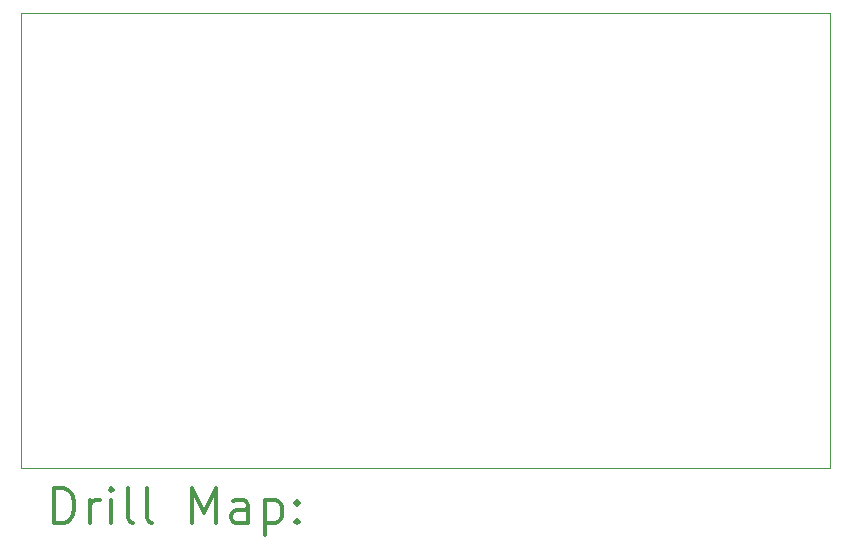
<source format=gbr>
%FSLAX45Y45*%
G04 Gerber Fmt 4.5, Leading zero omitted, Abs format (unit mm)*
G04 Created by KiCad (PCBNEW 5.1.10) date 2021-11-24 11:17:59*
%MOMM*%
%LPD*%
G01*
G04 APERTURE LIST*
%TA.AperFunction,Profile*%
%ADD10C,0.050000*%
%TD*%
%ADD11C,0.200000*%
%ADD12C,0.300000*%
G04 APERTURE END LIST*
D10*
X10275000Y-12650000D02*
X10275000Y-8800000D01*
X17125000Y-12650000D02*
X10275000Y-12650000D01*
X17125000Y-8800000D02*
X17125000Y-12650000D01*
X10275000Y-8800000D02*
X17125000Y-8800000D01*
D11*
D12*
X10558928Y-13118214D02*
X10558928Y-12818214D01*
X10630357Y-12818214D01*
X10673214Y-12832500D01*
X10701786Y-12861071D01*
X10716071Y-12889643D01*
X10730357Y-12946786D01*
X10730357Y-12989643D01*
X10716071Y-13046786D01*
X10701786Y-13075357D01*
X10673214Y-13103929D01*
X10630357Y-13118214D01*
X10558928Y-13118214D01*
X10858928Y-13118214D02*
X10858928Y-12918214D01*
X10858928Y-12975357D02*
X10873214Y-12946786D01*
X10887500Y-12932500D01*
X10916071Y-12918214D01*
X10944643Y-12918214D01*
X11044643Y-13118214D02*
X11044643Y-12918214D01*
X11044643Y-12818214D02*
X11030357Y-12832500D01*
X11044643Y-12846786D01*
X11058928Y-12832500D01*
X11044643Y-12818214D01*
X11044643Y-12846786D01*
X11230357Y-13118214D02*
X11201786Y-13103929D01*
X11187500Y-13075357D01*
X11187500Y-12818214D01*
X11387500Y-13118214D02*
X11358928Y-13103929D01*
X11344643Y-13075357D01*
X11344643Y-12818214D01*
X11730357Y-13118214D02*
X11730357Y-12818214D01*
X11830357Y-13032500D01*
X11930357Y-12818214D01*
X11930357Y-13118214D01*
X12201786Y-13118214D02*
X12201786Y-12961071D01*
X12187500Y-12932500D01*
X12158928Y-12918214D01*
X12101786Y-12918214D01*
X12073214Y-12932500D01*
X12201786Y-13103929D02*
X12173214Y-13118214D01*
X12101786Y-13118214D01*
X12073214Y-13103929D01*
X12058928Y-13075357D01*
X12058928Y-13046786D01*
X12073214Y-13018214D01*
X12101786Y-13003929D01*
X12173214Y-13003929D01*
X12201786Y-12989643D01*
X12344643Y-12918214D02*
X12344643Y-13218214D01*
X12344643Y-12932500D02*
X12373214Y-12918214D01*
X12430357Y-12918214D01*
X12458928Y-12932500D01*
X12473214Y-12946786D01*
X12487500Y-12975357D01*
X12487500Y-13061071D01*
X12473214Y-13089643D01*
X12458928Y-13103929D01*
X12430357Y-13118214D01*
X12373214Y-13118214D01*
X12344643Y-13103929D01*
X12616071Y-13089643D02*
X12630357Y-13103929D01*
X12616071Y-13118214D01*
X12601786Y-13103929D01*
X12616071Y-13089643D01*
X12616071Y-13118214D01*
X12616071Y-12932500D02*
X12630357Y-12946786D01*
X12616071Y-12961071D01*
X12601786Y-12946786D01*
X12616071Y-12932500D01*
X12616071Y-12961071D01*
M02*

</source>
